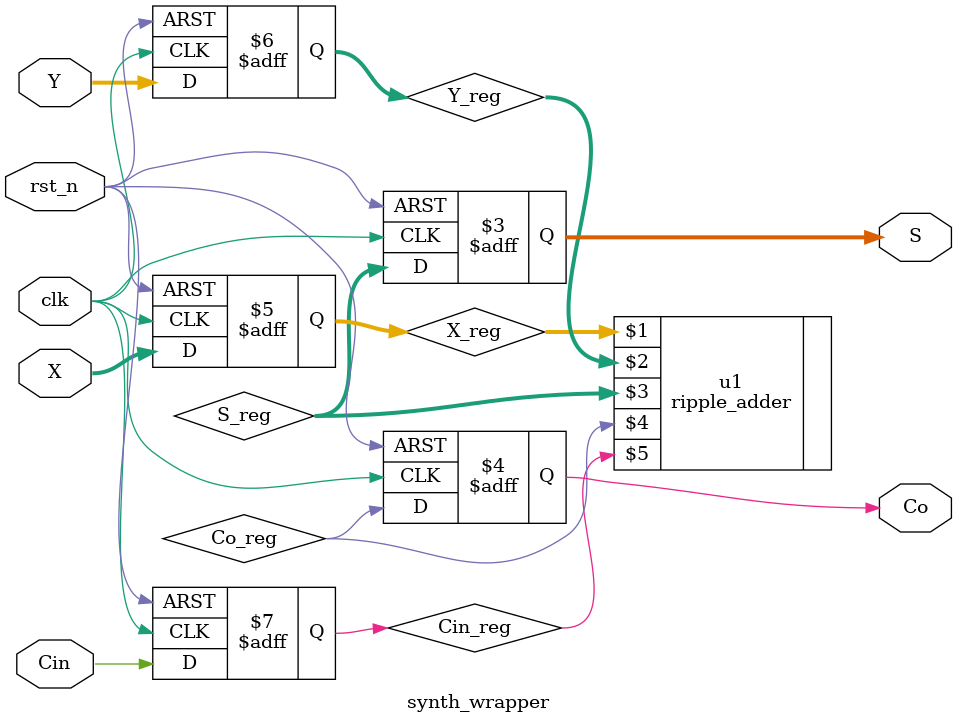
<source format=v>
module synth_wrapper
(
 input wire [3:0] X, Y,// Two 4-bit inputs
 input wire rst_n,clk,
 output reg [3:0] S,
 input wire Cin,
 output reg Co  
);
  reg [3:0] X_reg;
  reg [3:0] Y_reg;
  reg [3:0] S_reg;
  wire  Co_reg;
  reg  Cin_reg;

 always@(posedge clk, negedge rst_n) begin
    if(!rst_n) begin
       X_reg <= 4'h0;
       Y_reg <= 4'h0;
       S <= 4'h0;
       Co <= 1'b0;
       Cin_reg <= 1'h0;
    end
    else begin
       X_reg <= X;
       Y_reg <= Y;
       S <= S_reg;
       Co <= Co_reg;
       Cin_reg <= Cin;
    end
 end
 
 ripple_adder u1(X_reg, Y_reg, S_reg, Co_reg, Cin_reg);

endmodule

</source>
